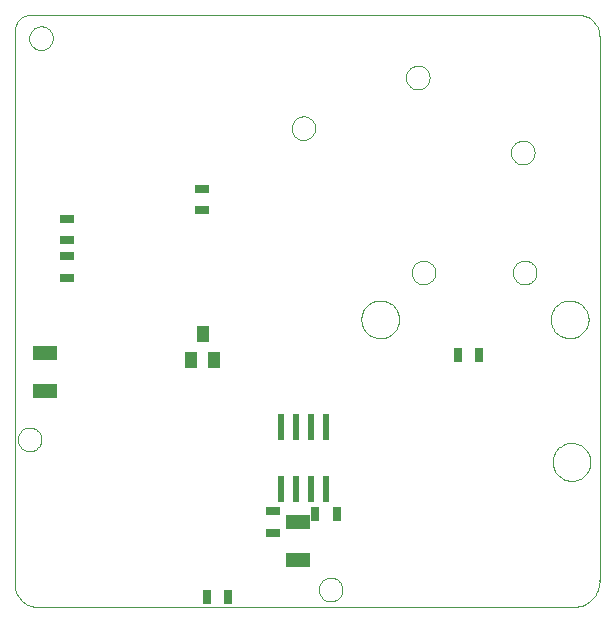
<source format=gbp>
G75*
G70*
%OFA0B0*%
%FSLAX24Y24*%
%IPPOS*%
%LPD*%
%AMOC8*
5,1,8,0,0,1.08239X$1,22.5*
%
%ADD10C,0.0000*%
%ADD11R,0.0240X0.0870*%
%ADD12R,0.0472X0.0315*%
%ADD13R,0.0315X0.0472*%
%ADD14R,0.0787X0.0472*%
%ADD15R,0.0394X0.0551*%
D10*
X001041Y000425D02*
X018944Y000425D01*
X018943Y000425D02*
X019001Y000428D01*
X019058Y000436D01*
X019114Y000448D01*
X019170Y000463D01*
X019224Y000481D01*
X019277Y000503D01*
X019329Y000529D01*
X019379Y000558D01*
X019427Y000590D01*
X019472Y000625D01*
X019515Y000663D01*
X019556Y000704D01*
X019594Y000748D01*
X019629Y000793D01*
X019661Y000841D01*
X019689Y000891D01*
X019715Y000943D01*
X019736Y000996D01*
X019755Y001051D01*
X019770Y001107D01*
X019781Y001163D01*
X019788Y001220D01*
X019792Y001278D01*
X019791Y001335D01*
X019792Y001335D02*
X019792Y019447D01*
X019790Y019499D01*
X019785Y019550D01*
X019775Y019601D01*
X019763Y019651D01*
X019746Y019700D01*
X019726Y019748D01*
X019703Y019794D01*
X019677Y019839D01*
X019647Y019881D01*
X019615Y019922D01*
X019580Y019960D01*
X019542Y019995D01*
X019501Y020027D01*
X019459Y020057D01*
X019414Y020083D01*
X019368Y020106D01*
X019320Y020126D01*
X019271Y020143D01*
X019221Y020155D01*
X019170Y020165D01*
X019119Y020170D01*
X019067Y020172D01*
X000841Y020172D01*
X000796Y020170D01*
X000751Y020165D01*
X000707Y020155D01*
X000664Y020143D01*
X000622Y020126D01*
X000582Y020106D01*
X000543Y020083D01*
X000507Y020057D01*
X000473Y020028D01*
X000441Y019996D01*
X000412Y019962D01*
X000386Y019926D01*
X000363Y019887D01*
X000343Y019847D01*
X000326Y019805D01*
X000314Y019762D01*
X000304Y019718D01*
X000299Y019673D01*
X000297Y019628D01*
X000297Y001232D01*
X000296Y001177D01*
X000300Y001121D01*
X000308Y001066D01*
X000319Y001012D01*
X000335Y000959D01*
X000354Y000907D01*
X000377Y000856D01*
X000403Y000808D01*
X000433Y000761D01*
X000466Y000716D01*
X000502Y000674D01*
X000541Y000635D01*
X000583Y000598D01*
X000627Y000565D01*
X000673Y000535D01*
X000722Y000508D01*
X000772Y000485D01*
X000824Y000465D01*
X000877Y000449D01*
X000932Y000437D01*
X000986Y000429D01*
X001042Y000425D01*
X000403Y006017D02*
X000405Y006056D01*
X000411Y006095D01*
X000421Y006133D01*
X000434Y006170D01*
X000451Y006205D01*
X000471Y006239D01*
X000495Y006270D01*
X000522Y006299D01*
X000551Y006325D01*
X000583Y006348D01*
X000617Y006368D01*
X000653Y006384D01*
X000690Y006396D01*
X000729Y006405D01*
X000768Y006410D01*
X000807Y006411D01*
X000846Y006408D01*
X000885Y006401D01*
X000922Y006390D01*
X000959Y006376D01*
X000994Y006358D01*
X001027Y006337D01*
X001058Y006312D01*
X001086Y006285D01*
X001111Y006255D01*
X001133Y006222D01*
X001152Y006188D01*
X001167Y006152D01*
X001179Y006114D01*
X001187Y006076D01*
X001191Y006037D01*
X001191Y005997D01*
X001187Y005958D01*
X001179Y005920D01*
X001167Y005882D01*
X001152Y005846D01*
X001133Y005812D01*
X001111Y005779D01*
X001086Y005749D01*
X001058Y005722D01*
X001027Y005697D01*
X000994Y005676D01*
X000959Y005658D01*
X000922Y005644D01*
X000885Y005633D01*
X000846Y005626D01*
X000807Y005623D01*
X000768Y005624D01*
X000729Y005629D01*
X000690Y005638D01*
X000653Y005650D01*
X000617Y005666D01*
X000583Y005686D01*
X000551Y005709D01*
X000522Y005735D01*
X000495Y005764D01*
X000471Y005795D01*
X000451Y005829D01*
X000434Y005864D01*
X000421Y005901D01*
X000411Y005939D01*
X000405Y005978D01*
X000403Y006017D01*
X009528Y016392D02*
X009530Y016431D01*
X009536Y016470D01*
X009546Y016508D01*
X009559Y016545D01*
X009576Y016580D01*
X009596Y016614D01*
X009620Y016645D01*
X009647Y016674D01*
X009676Y016700D01*
X009708Y016723D01*
X009742Y016743D01*
X009778Y016759D01*
X009815Y016771D01*
X009854Y016780D01*
X009893Y016785D01*
X009932Y016786D01*
X009971Y016783D01*
X010010Y016776D01*
X010047Y016765D01*
X010084Y016751D01*
X010119Y016733D01*
X010152Y016712D01*
X010183Y016687D01*
X010211Y016660D01*
X010236Y016630D01*
X010258Y016597D01*
X010277Y016563D01*
X010292Y016527D01*
X010304Y016489D01*
X010312Y016451D01*
X010316Y016412D01*
X010316Y016372D01*
X010312Y016333D01*
X010304Y016295D01*
X010292Y016257D01*
X010277Y016221D01*
X010258Y016187D01*
X010236Y016154D01*
X010211Y016124D01*
X010183Y016097D01*
X010152Y016072D01*
X010119Y016051D01*
X010084Y016033D01*
X010047Y016019D01*
X010010Y016008D01*
X009971Y016001D01*
X009932Y015998D01*
X009893Y015999D01*
X009854Y016004D01*
X009815Y016013D01*
X009778Y016025D01*
X009742Y016041D01*
X009708Y016061D01*
X009676Y016084D01*
X009647Y016110D01*
X009620Y016139D01*
X009596Y016170D01*
X009576Y016204D01*
X009559Y016239D01*
X009546Y016276D01*
X009536Y016314D01*
X009530Y016353D01*
X009528Y016392D01*
X013340Y018080D02*
X013342Y018119D01*
X013348Y018158D01*
X013358Y018196D01*
X013371Y018233D01*
X013388Y018268D01*
X013408Y018302D01*
X013432Y018333D01*
X013459Y018362D01*
X013488Y018388D01*
X013520Y018411D01*
X013554Y018431D01*
X013590Y018447D01*
X013627Y018459D01*
X013666Y018468D01*
X013705Y018473D01*
X013744Y018474D01*
X013783Y018471D01*
X013822Y018464D01*
X013859Y018453D01*
X013896Y018439D01*
X013931Y018421D01*
X013964Y018400D01*
X013995Y018375D01*
X014023Y018348D01*
X014048Y018318D01*
X014070Y018285D01*
X014089Y018251D01*
X014104Y018215D01*
X014116Y018177D01*
X014124Y018139D01*
X014128Y018100D01*
X014128Y018060D01*
X014124Y018021D01*
X014116Y017983D01*
X014104Y017945D01*
X014089Y017909D01*
X014070Y017875D01*
X014048Y017842D01*
X014023Y017812D01*
X013995Y017785D01*
X013964Y017760D01*
X013931Y017739D01*
X013896Y017721D01*
X013859Y017707D01*
X013822Y017696D01*
X013783Y017689D01*
X013744Y017686D01*
X013705Y017687D01*
X013666Y017692D01*
X013627Y017701D01*
X013590Y017713D01*
X013554Y017729D01*
X013520Y017749D01*
X013488Y017772D01*
X013459Y017798D01*
X013432Y017827D01*
X013408Y017858D01*
X013388Y017892D01*
X013371Y017927D01*
X013358Y017964D01*
X013348Y018002D01*
X013342Y018041D01*
X013340Y018080D01*
X016840Y015580D02*
X016842Y015619D01*
X016848Y015658D01*
X016858Y015696D01*
X016871Y015733D01*
X016888Y015768D01*
X016908Y015802D01*
X016932Y015833D01*
X016959Y015862D01*
X016988Y015888D01*
X017020Y015911D01*
X017054Y015931D01*
X017090Y015947D01*
X017127Y015959D01*
X017166Y015968D01*
X017205Y015973D01*
X017244Y015974D01*
X017283Y015971D01*
X017322Y015964D01*
X017359Y015953D01*
X017396Y015939D01*
X017431Y015921D01*
X017464Y015900D01*
X017495Y015875D01*
X017523Y015848D01*
X017548Y015818D01*
X017570Y015785D01*
X017589Y015751D01*
X017604Y015715D01*
X017616Y015677D01*
X017624Y015639D01*
X017628Y015600D01*
X017628Y015560D01*
X017624Y015521D01*
X017616Y015483D01*
X017604Y015445D01*
X017589Y015409D01*
X017570Y015375D01*
X017548Y015342D01*
X017523Y015312D01*
X017495Y015285D01*
X017464Y015260D01*
X017431Y015239D01*
X017396Y015221D01*
X017359Y015207D01*
X017322Y015196D01*
X017283Y015189D01*
X017244Y015186D01*
X017205Y015187D01*
X017166Y015192D01*
X017127Y015201D01*
X017090Y015213D01*
X017054Y015229D01*
X017020Y015249D01*
X016988Y015272D01*
X016959Y015298D01*
X016932Y015327D01*
X016908Y015358D01*
X016888Y015392D01*
X016871Y015427D01*
X016858Y015464D01*
X016848Y015502D01*
X016842Y015541D01*
X016840Y015580D01*
X016903Y011580D02*
X016905Y011619D01*
X016911Y011658D01*
X016921Y011696D01*
X016934Y011733D01*
X016951Y011768D01*
X016971Y011802D01*
X016995Y011833D01*
X017022Y011862D01*
X017051Y011888D01*
X017083Y011911D01*
X017117Y011931D01*
X017153Y011947D01*
X017190Y011959D01*
X017229Y011968D01*
X017268Y011973D01*
X017307Y011974D01*
X017346Y011971D01*
X017385Y011964D01*
X017422Y011953D01*
X017459Y011939D01*
X017494Y011921D01*
X017527Y011900D01*
X017558Y011875D01*
X017586Y011848D01*
X017611Y011818D01*
X017633Y011785D01*
X017652Y011751D01*
X017667Y011715D01*
X017679Y011677D01*
X017687Y011639D01*
X017691Y011600D01*
X017691Y011560D01*
X017687Y011521D01*
X017679Y011483D01*
X017667Y011445D01*
X017652Y011409D01*
X017633Y011375D01*
X017611Y011342D01*
X017586Y011312D01*
X017558Y011285D01*
X017527Y011260D01*
X017494Y011239D01*
X017459Y011221D01*
X017422Y011207D01*
X017385Y011196D01*
X017346Y011189D01*
X017307Y011186D01*
X017268Y011187D01*
X017229Y011192D01*
X017190Y011201D01*
X017153Y011213D01*
X017117Y011229D01*
X017083Y011249D01*
X017051Y011272D01*
X017022Y011298D01*
X016995Y011327D01*
X016971Y011358D01*
X016951Y011392D01*
X016934Y011427D01*
X016921Y011464D01*
X016911Y011502D01*
X016905Y011541D01*
X016903Y011580D01*
X018167Y010017D02*
X018169Y010067D01*
X018175Y010117D01*
X018185Y010166D01*
X018199Y010214D01*
X018216Y010261D01*
X018237Y010306D01*
X018262Y010350D01*
X018290Y010391D01*
X018322Y010430D01*
X018356Y010467D01*
X018393Y010501D01*
X018433Y010531D01*
X018475Y010558D01*
X018519Y010582D01*
X018565Y010603D01*
X018612Y010619D01*
X018660Y010632D01*
X018710Y010641D01*
X018759Y010646D01*
X018810Y010647D01*
X018860Y010644D01*
X018909Y010637D01*
X018958Y010626D01*
X019006Y010611D01*
X019052Y010593D01*
X019097Y010571D01*
X019140Y010545D01*
X019181Y010516D01*
X019220Y010484D01*
X019256Y010449D01*
X019288Y010411D01*
X019318Y010371D01*
X019345Y010328D01*
X019368Y010284D01*
X019387Y010238D01*
X019403Y010190D01*
X019415Y010141D01*
X019423Y010092D01*
X019427Y010042D01*
X019427Y009992D01*
X019423Y009942D01*
X019415Y009893D01*
X019403Y009844D01*
X019387Y009796D01*
X019368Y009750D01*
X019345Y009706D01*
X019318Y009663D01*
X019288Y009623D01*
X019256Y009585D01*
X019220Y009550D01*
X019181Y009518D01*
X019140Y009489D01*
X019097Y009463D01*
X019052Y009441D01*
X019006Y009423D01*
X018958Y009408D01*
X018909Y009397D01*
X018860Y009390D01*
X018810Y009387D01*
X018759Y009388D01*
X018710Y009393D01*
X018660Y009402D01*
X018612Y009415D01*
X018565Y009431D01*
X018519Y009452D01*
X018475Y009476D01*
X018433Y009503D01*
X018393Y009533D01*
X018356Y009567D01*
X018322Y009604D01*
X018290Y009643D01*
X018262Y009684D01*
X018237Y009728D01*
X018216Y009773D01*
X018199Y009820D01*
X018185Y009868D01*
X018175Y009917D01*
X018169Y009967D01*
X018167Y010017D01*
X013528Y011580D02*
X013530Y011619D01*
X013536Y011658D01*
X013546Y011696D01*
X013559Y011733D01*
X013576Y011768D01*
X013596Y011802D01*
X013620Y011833D01*
X013647Y011862D01*
X013676Y011888D01*
X013708Y011911D01*
X013742Y011931D01*
X013778Y011947D01*
X013815Y011959D01*
X013854Y011968D01*
X013893Y011973D01*
X013932Y011974D01*
X013971Y011971D01*
X014010Y011964D01*
X014047Y011953D01*
X014084Y011939D01*
X014119Y011921D01*
X014152Y011900D01*
X014183Y011875D01*
X014211Y011848D01*
X014236Y011818D01*
X014258Y011785D01*
X014277Y011751D01*
X014292Y011715D01*
X014304Y011677D01*
X014312Y011639D01*
X014316Y011600D01*
X014316Y011560D01*
X014312Y011521D01*
X014304Y011483D01*
X014292Y011445D01*
X014277Y011409D01*
X014258Y011375D01*
X014236Y011342D01*
X014211Y011312D01*
X014183Y011285D01*
X014152Y011260D01*
X014119Y011239D01*
X014084Y011221D01*
X014047Y011207D01*
X014010Y011196D01*
X013971Y011189D01*
X013932Y011186D01*
X013893Y011187D01*
X013854Y011192D01*
X013815Y011201D01*
X013778Y011213D01*
X013742Y011229D01*
X013708Y011249D01*
X013676Y011272D01*
X013647Y011298D01*
X013620Y011327D01*
X013596Y011358D01*
X013576Y011392D01*
X013559Y011427D01*
X013546Y011464D01*
X013536Y011502D01*
X013530Y011541D01*
X013528Y011580D01*
X011854Y010017D02*
X011856Y010067D01*
X011862Y010117D01*
X011872Y010166D01*
X011886Y010214D01*
X011903Y010261D01*
X011924Y010306D01*
X011949Y010350D01*
X011977Y010391D01*
X012009Y010430D01*
X012043Y010467D01*
X012080Y010501D01*
X012120Y010531D01*
X012162Y010558D01*
X012206Y010582D01*
X012252Y010603D01*
X012299Y010619D01*
X012347Y010632D01*
X012397Y010641D01*
X012446Y010646D01*
X012497Y010647D01*
X012547Y010644D01*
X012596Y010637D01*
X012645Y010626D01*
X012693Y010611D01*
X012739Y010593D01*
X012784Y010571D01*
X012827Y010545D01*
X012868Y010516D01*
X012907Y010484D01*
X012943Y010449D01*
X012975Y010411D01*
X013005Y010371D01*
X013032Y010328D01*
X013055Y010284D01*
X013074Y010238D01*
X013090Y010190D01*
X013102Y010141D01*
X013110Y010092D01*
X013114Y010042D01*
X013114Y009992D01*
X013110Y009942D01*
X013102Y009893D01*
X013090Y009844D01*
X013074Y009796D01*
X013055Y009750D01*
X013032Y009706D01*
X013005Y009663D01*
X012975Y009623D01*
X012943Y009585D01*
X012907Y009550D01*
X012868Y009518D01*
X012827Y009489D01*
X012784Y009463D01*
X012739Y009441D01*
X012693Y009423D01*
X012645Y009408D01*
X012596Y009397D01*
X012547Y009390D01*
X012497Y009387D01*
X012446Y009388D01*
X012397Y009393D01*
X012347Y009402D01*
X012299Y009415D01*
X012252Y009431D01*
X012206Y009452D01*
X012162Y009476D01*
X012120Y009503D01*
X012080Y009533D01*
X012043Y009567D01*
X012009Y009604D01*
X011977Y009643D01*
X011949Y009684D01*
X011924Y009728D01*
X011903Y009773D01*
X011886Y009820D01*
X011872Y009868D01*
X011862Y009917D01*
X011856Y009967D01*
X011854Y010017D01*
X018229Y005267D02*
X018231Y005317D01*
X018237Y005367D01*
X018247Y005416D01*
X018261Y005464D01*
X018278Y005511D01*
X018299Y005556D01*
X018324Y005600D01*
X018352Y005641D01*
X018384Y005680D01*
X018418Y005717D01*
X018455Y005751D01*
X018495Y005781D01*
X018537Y005808D01*
X018581Y005832D01*
X018627Y005853D01*
X018674Y005869D01*
X018722Y005882D01*
X018772Y005891D01*
X018821Y005896D01*
X018872Y005897D01*
X018922Y005894D01*
X018971Y005887D01*
X019020Y005876D01*
X019068Y005861D01*
X019114Y005843D01*
X019159Y005821D01*
X019202Y005795D01*
X019243Y005766D01*
X019282Y005734D01*
X019318Y005699D01*
X019350Y005661D01*
X019380Y005621D01*
X019407Y005578D01*
X019430Y005534D01*
X019449Y005488D01*
X019465Y005440D01*
X019477Y005391D01*
X019485Y005342D01*
X019489Y005292D01*
X019489Y005242D01*
X019485Y005192D01*
X019477Y005143D01*
X019465Y005094D01*
X019449Y005046D01*
X019430Y005000D01*
X019407Y004956D01*
X019380Y004913D01*
X019350Y004873D01*
X019318Y004835D01*
X019282Y004800D01*
X019243Y004768D01*
X019202Y004739D01*
X019159Y004713D01*
X019114Y004691D01*
X019068Y004673D01*
X019020Y004658D01*
X018971Y004647D01*
X018922Y004640D01*
X018872Y004637D01*
X018821Y004638D01*
X018772Y004643D01*
X018722Y004652D01*
X018674Y004665D01*
X018627Y004681D01*
X018581Y004702D01*
X018537Y004726D01*
X018495Y004753D01*
X018455Y004783D01*
X018418Y004817D01*
X018384Y004854D01*
X018352Y004893D01*
X018324Y004934D01*
X018299Y004978D01*
X018278Y005023D01*
X018261Y005070D01*
X018247Y005118D01*
X018237Y005167D01*
X018231Y005217D01*
X018229Y005267D01*
X010437Y001010D02*
X010439Y001049D01*
X010445Y001088D01*
X010455Y001126D01*
X010468Y001163D01*
X010485Y001198D01*
X010505Y001232D01*
X010529Y001263D01*
X010556Y001292D01*
X010585Y001318D01*
X010617Y001341D01*
X010651Y001361D01*
X010687Y001377D01*
X010724Y001389D01*
X010763Y001398D01*
X010802Y001403D01*
X010841Y001404D01*
X010880Y001401D01*
X010919Y001394D01*
X010956Y001383D01*
X010993Y001369D01*
X011028Y001351D01*
X011061Y001330D01*
X011092Y001305D01*
X011120Y001278D01*
X011145Y001248D01*
X011167Y001215D01*
X011186Y001181D01*
X011201Y001145D01*
X011213Y001107D01*
X011221Y001069D01*
X011225Y001030D01*
X011225Y000990D01*
X011221Y000951D01*
X011213Y000913D01*
X011201Y000875D01*
X011186Y000839D01*
X011167Y000805D01*
X011145Y000772D01*
X011120Y000742D01*
X011092Y000715D01*
X011061Y000690D01*
X011028Y000669D01*
X010993Y000651D01*
X010956Y000637D01*
X010919Y000626D01*
X010880Y000619D01*
X010841Y000616D01*
X010802Y000617D01*
X010763Y000622D01*
X010724Y000631D01*
X010687Y000643D01*
X010651Y000659D01*
X010617Y000679D01*
X010585Y000702D01*
X010556Y000728D01*
X010529Y000757D01*
X010505Y000788D01*
X010485Y000822D01*
X010468Y000857D01*
X010455Y000894D01*
X010445Y000932D01*
X010439Y000971D01*
X010437Y001010D01*
X000778Y019392D02*
X000780Y019431D01*
X000786Y019470D01*
X000796Y019508D01*
X000809Y019545D01*
X000826Y019580D01*
X000846Y019614D01*
X000870Y019645D01*
X000897Y019674D01*
X000926Y019700D01*
X000958Y019723D01*
X000992Y019743D01*
X001028Y019759D01*
X001065Y019771D01*
X001104Y019780D01*
X001143Y019785D01*
X001182Y019786D01*
X001221Y019783D01*
X001260Y019776D01*
X001297Y019765D01*
X001334Y019751D01*
X001369Y019733D01*
X001402Y019712D01*
X001433Y019687D01*
X001461Y019660D01*
X001486Y019630D01*
X001508Y019597D01*
X001527Y019563D01*
X001542Y019527D01*
X001554Y019489D01*
X001562Y019451D01*
X001566Y019412D01*
X001566Y019372D01*
X001562Y019333D01*
X001554Y019295D01*
X001542Y019257D01*
X001527Y019221D01*
X001508Y019187D01*
X001486Y019154D01*
X001461Y019124D01*
X001433Y019097D01*
X001402Y019072D01*
X001369Y019051D01*
X001334Y019033D01*
X001297Y019019D01*
X001260Y019008D01*
X001221Y019001D01*
X001182Y018998D01*
X001143Y018999D01*
X001104Y019004D01*
X001065Y019013D01*
X001028Y019025D01*
X000992Y019041D01*
X000958Y019061D01*
X000926Y019084D01*
X000897Y019110D01*
X000870Y019139D01*
X000846Y019170D01*
X000826Y019204D01*
X000809Y019239D01*
X000796Y019276D01*
X000786Y019314D01*
X000780Y019353D01*
X000778Y019392D01*
D11*
X009172Y006422D03*
X009672Y006422D03*
X010172Y006422D03*
X010672Y006422D03*
X010672Y004362D03*
X010172Y004362D03*
X009672Y004362D03*
X009172Y004362D03*
D12*
X008922Y003621D03*
X008922Y002913D03*
X002047Y011413D03*
X002047Y012121D03*
X002047Y012663D03*
X002047Y013371D03*
X006547Y013663D03*
X006547Y014371D03*
D13*
X015067Y008830D03*
X015776Y008830D03*
X011026Y003517D03*
X010317Y003517D03*
X007401Y000767D03*
X006692Y000767D03*
D14*
X009734Y002012D03*
X009734Y003272D03*
X001297Y007637D03*
X001297Y008897D03*
D15*
X006190Y008651D03*
X006938Y008651D03*
X006564Y009517D03*
M02*

</source>
